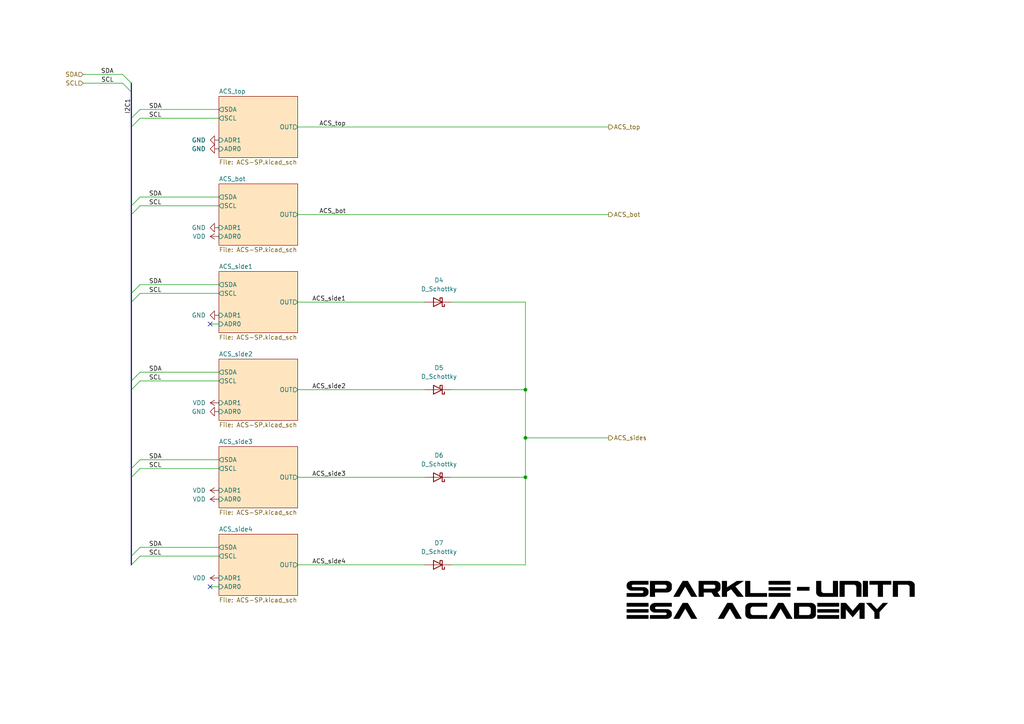
<source format=kicad_sch>
(kicad_sch (version 20231120) (generator "eeschema") (generator_version "8.0")
  (paper "A4")
  (title_block (title "AntiCoincidence Shield signals") (date "2024-10-17") (rev "1.0"))
  (lib_symbols
    (symbol "Device:D_Schottky" (pin_numbers hide) (pin_names (offset 1.016) hide)
      (property "Reference" "D" (at 0 2.54 0))
      (property "Value" "D_Schottky" (at 0 -2.54 0))
      (symbol "D_Schottky_0_1"
        (polyline (pts (xy 1.27 0) (xy -1.27 0)))
        (polyline (pts (xy 1.27 1.27) (xy 1.27 -1.27) (xy -1.27 0) (xy 1.27 1.27)) (stroke (width 0.254)))
        (polyline (pts (xy -1.905 0.635) (xy -1.905 1.27) (xy -1.27 1.27) (xy -1.27 -1.27) (xy -0.635 -1.27) (xy -0.635 -0.635)) (stroke (width 0.254)))
      )
      (symbol "D_Schottky_1_1"
        (pin passive line (at -3.81 0 0) (length 2.54) (name "K") (number "1"))
        (pin passive line (at 3.81 0 180) (length 2.54) (name "A") (number "2"))
      )
    )
    (symbol "power:GND" (power) (pin_numbers hide) (pin_names (offset 0) hide)
      (property "Value" "GND" (at 0 -3.81 0))
      (symbol "GND_0_1"
        (polyline (pts (xy 0 0) (xy 0 -1.27) (xy 1.27 -1.27) (xy 0 -2.54) (xy -1.27 -1.27) (xy 0 -1.27)))
      )
      (symbol "GND_1_1"
        (pin power_in line (at 0 0 270) (length 0) (name "~") (number "1"))
      )
    )
    (symbol "power:VDD" (power) (pin_numbers hide) (pin_names (offset 0) hide)
      (property "Value" "VDD" (at 0 3.556 0))
      (symbol "VDD_0_1"
        (polyline (pts (xy -0.762 1.27) (xy 0 2.54)))
        (polyline (pts (xy 0 0) (xy 0 2.54)))
        (polyline (pts (xy 0 2.54) (xy 0.762 1.27)))
      )
      (symbol "VDD_1_1"
        (pin power_in line (at 0 0 90) (length 0) (name "~") (number "1"))
      )
    )
  )
  (junction (at 152.4 113.03))
  (junction (at 152.4 138.43))
  (junction (at 152.4 127))
  (no_connect (at 60.96 93.98))
  (no_connect (at 60.96 170.18))
  (bus_entry (at 38.1 62.23) (size 2.54 -2.54))
  (bus_entry (at 38.1 113.03) (size 2.54 -2.54))
  (bus_entry (at 38.1 163.83) (size 2.54 -2.54))
  (bus_entry (at 38.1 135.89) (size 2.54 -2.54))
  (bus_entry (at 38.1 138.43) (size 2.54 -2.54))
  (bus_entry (at 38.1 34.29) (size 2.54 -2.54))
  (bus_entry (at 38.1 59.69) (size 2.54 -2.54))
  (bus_entry (at 38.1 24.13) (size -2.54 -2.54))
  (bus_entry (at 38.1 85.09) (size 2.54 -2.54))
  (bus_entry (at 38.1 36.83) (size 2.54 -2.54))
  (bus_entry (at 38.1 161.29) (size 2.54 -2.54))
  (bus_entry (at 38.1 110.49) (size 2.54 -2.54))
  (bus_entry (at 38.1 26.67) (size -2.54 -2.54))
  (bus_entry (at 38.1 87.63) (size 2.54 -2.54))
  (wire (pts (xy 40.64 57.15) (xy 63.5 57.15)))
  (wire (pts (xy 40.64 85.09) (xy 63.5 85.09)))
  (wire (pts (xy 40.64 161.29) (xy 63.5 161.29)))
  (wire (pts (xy 86.36 36.83) (xy 176.53 36.83)))
  (bus (pts (xy 38.1 138.43) (xy 38.1 161.29)))
  (wire (pts (xy 40.64 107.95) (xy 63.5 107.95)))
  (wire (pts (xy 152.4 127) (xy 176.53 127)))
  (wire (pts (xy 60.96 93.98) (xy 63.5 93.98)))
  (wire (pts (xy 86.36 163.83) (xy 123.19 163.83)))
  (wire (pts (xy 152.4 113.03) (xy 152.4 127)))
  (wire (pts (xy 86.36 62.23) (xy 176.53 62.23)))
  (wire (pts (xy 86.36 87.63) (xy 123.19 87.63)))
  (bus (pts (xy 38.1 24.13) (xy 38.1 26.67)))
  (wire (pts (xy 130.81 138.43) (xy 152.4 138.43)))
  (wire (pts (xy 40.64 158.75) (xy 63.5 158.75)))
  (wire (pts (xy 60.96 170.18) (xy 63.5 170.18)))
  (wire (pts (xy 152.4 87.63) (xy 130.81 87.63)))
  (bus (pts (xy 38.1 34.29) (xy 38.1 36.83)))
  (wire (pts (xy 152.4 138.43) (xy 152.4 163.83)))
  (wire (pts (xy 40.64 34.29) (xy 63.5 34.29)))
  (wire (pts (xy 40.64 31.75) (xy 63.5 31.75)))
  (bus (pts (xy 38.1 135.89) (xy 38.1 138.43)))
  (wire (pts (xy 40.64 82.55) (xy 63.5 82.55)))
  (wire (pts (xy 40.64 135.89) (xy 63.5 135.89)))
  (bus (pts (xy 38.1 36.83) (xy 38.1 59.69)))
  (wire (pts (xy 152.4 87.63) (xy 152.4 113.03)))
  (bus (pts (xy 38.1 113.03) (xy 38.1 135.89)))
  (bus (pts (xy 38.1 110.49) (xy 38.1 113.03)))
  (wire (pts (xy 152.4 163.83) (xy 130.81 163.83)))
  (wire (pts (xy 24.13 21.59) (xy 35.56 21.59)))
  (wire (pts (xy 40.64 59.69) (xy 63.5 59.69)))
  (bus (pts (xy 38.1 62.23) (xy 38.1 85.09)))
  (wire (pts (xy 152.4 127) (xy 152.4 138.43)))
  (wire (pts (xy 40.64 133.35) (xy 63.5 133.35)))
  (bus (pts (xy 38.1 59.69) (xy 38.1 62.23)))
  (bus (pts (xy 38.1 26.67) (xy 38.1 34.29)))
  (bus (pts (xy 38.1 85.09) (xy 38.1 87.63)))
  (wire (pts (xy 40.64 110.49) (xy 63.5 110.49)))
  (bus (pts (xy 38.1 87.63) (xy 38.1 110.49)))
  (wire (pts (xy 86.36 113.03) (xy 123.19 113.03)))
  (wire (pts (xy 24.13 24.13) (xy 35.56 24.13)))
  (bus (pts (xy 38.1 161.29) (xy 38.1 163.83)))
  (wire (pts (xy 130.81 113.03) (xy 152.4 113.03)))
  (wire (pts (xy 86.36 138.43) (xy 123.19 138.43)))
  (image (at 223.52 173.99) (scale 0.489235))
  (label "SCL" (at 43.18 85.09 0))
  (label "SCL" (at 33.02 24.13 180))
  (label "ACS_side2" (at 100.33 113.03 180))
  (label "SCL" (at 43.18 34.29 0))
  (label "ACS_top" (at 100.33 36.83 180))
  (label "SCL" (at 43.18 161.29 0))
  (label "SCL" (at 43.18 135.89 0))
  (label "SDA" (at 43.18 133.35 0))
  (label "SDA" (at 43.18 57.15 0))
  (label "SDA" (at 43.18 82.55 0))
  (label "ACS_side4" (at 100.33 163.83 180))
  (label "ACS_side3" (at 100.33 138.43 180))
  (label "SCL" (at 43.18 110.49 0))
  (label "SDA" (at 43.18 158.75 0))
  (label "ACS_side1" (at 100.33 87.63 180))
  (label "SDA" (at 33.02 21.59 180))
  (label "I2C1" (at 38.1 33.02 90))
  (label "SCL" (at 43.18 59.69 0))
  (label "ACS_bot" (at 100.33 62.23 180))
  (label "SDA" (at 43.18 31.75 0))
  (label "SDA" (at 43.18 107.95 0))
  (hierarchical_label "ACS_bot" (shape output) (at 176.53 62.23 0))
  (hierarchical_label "SCL" (shape input) (at 24.13 24.13 180))
  (hierarchical_label "ACS_top" (shape output) (at 176.53 36.83 0))
  (hierarchical_label "ACS_sides" (shape output) (at 176.53 127 0))
  (hierarchical_label "SDA" (shape input) (at 24.13 21.59 180))
  (symbol (lib_id "power:GND") (at 63.5 40.64 270) (unit 1)
    (property "Reference" "#PWR0257" (effects (hide yes)))
    (property "Value" "GND" (at 59.69 40.6401 90) (effects (justify right)))
    (property "Description" "Power symbol creates a global label with name \"GND\" , ground" (effects (hide yes)))
  )
  (symbol (lib_id "power:GND") (at 63.5 119.38 270) (unit 1)
    (property "Reference" "#PWR0263" (effects (hide yes)))
    (property "Value" "GND" (at 59.69 119.3801 90) (effects (justify right)))
    (property "Description" "Power symbol creates a global label with name \"GND\" , ground" (effects (hide yes)))
  )
  (symbol (lib_id "Device:D_Schottky") (at 127 113.03 180) (unit 1)
    (property "Reference" "D5" (at 127.3175 106.68 0))
    (property "Value" "D_Schottky" (at 127.3175 109.22 0))
    (property "Description" "Schottky diode" (effects (hide yes)))
  )
  (symbol (lib_id "power:VDD") (at 63.5 167.64 90) (unit 1)
    (property "Reference" "#PWR0266" (effects (hide yes)))
    (property "Value" "VDD" (at 59.69 167.6401 90) (effects (justify left)))
    (property "Description" "Power symbol creates a global label with name \"VDD\"" (effects (hide yes)))
  )
  (symbol (lib_id "Device:D_Schottky") (at 127 138.43 180) (unit 1)
    (property "Reference" "D6" (at 127.3175 132.08 0))
    (property "Value" "D_Schottky" (at 127.3175 134.62 0))
    (property "Description" "Schottky diode" (effects (hide yes)))
  )
  (symbol (lib_id "Device:D_Schottky") (at 127 163.83 180) (unit 1)
    (property "Reference" "D7" (at 127.3175 157.48 0))
    (property "Value" "D_Schottky" (at 127.3175 160.02 0))
    (property "Description" "Schottky diode" (effects (hide yes)))
  )
  (symbol (lib_id "power:GND") (at 63.5 91.44 270) (unit 1)
    (property "Reference" "#PWR0261" (effects (hide yes)))
    (property "Value" "GND" (at 59.69 91.4401 90) (effects (justify right)))
    (property "Description" "Power symbol creates a global label with name \"GND\" , ground" (effects (hide yes)))
  )
  (symbol (lib_id "power:VDD") (at 63.5 68.58 90) (unit 1)
    (property "Reference" "#PWR0260" (effects (hide yes)))
    (property "Value" "VDD" (at 59.69 68.5801 90) (effects (justify left)))
    (property "Description" "Power symbol creates a global label with name \"VDD\"" (effects (hide yes)))
  )
  (symbol (lib_id "power:VDD") (at 63.5 142.24 90) (unit 1)
    (property "Reference" "#PWR0264" (effects (hide yes)))
    (property "Value" "VDD" (at 59.69 142.2401 90) (effects (justify left)))
    (property "Description" "Power symbol creates a global label with name \"VDD\"" (effects (hide yes)))
  )
  (symbol (lib_id "power:VDD") (at 63.5 116.84 90) (unit 1)
    (property "Reference" "#PWR0262" (effects (hide yes)))
    (property "Value" "VDD" (at 59.69 116.8401 90) (effects (justify left)))
    (property "Description" "Power symbol creates a global label with name \"VDD\"" (effects (hide yes)))
  )
  (symbol (lib_id "power:VDD") (at 63.5 144.78 90) (unit 1)
    (property "Reference" "#PWR0265" (effects (hide yes)))
    (property "Value" "VDD" (at 59.69 144.7801 90) (effects (justify left)))
    (property "Description" "Power symbol creates a global label with name \"VDD\"" (effects (hide yes)))
  )
  (symbol (lib_id "power:GND") (at 63.5 66.04 270) (unit 1)
    (property "Reference" "#PWR0259" (effects (hide yes)))
    (property "Value" "GND" (at 59.69 66.0401 90) (effects (justify right)))
    (property "Description" "Power symbol creates a global label with name \"GND\" , ground" (effects (hide yes)))
  )
  (symbol (lib_id "Device:D_Schottky") (at 127 87.63 180) (unit 1)
    (property "Reference" "D4" (at 127.3175 81.28 0))
    (property "Value" "D_Schottky" (at 127.3175 83.82 0))
    (property "Description" "Schottky diode" (effects (hide yes)))
  )
  (symbol (lib_id "power:GND") (at 63.5 43.18 270) (unit 1)
    (property "Reference" "#PWR0258" (effects (hide yes)))
    (property "Value" "GND" (at 59.69 43.1801 90) (effects (justify right)))
    (property "Description" "Power symbol creates a global label with name \"GND\" , ground" (effects (hide yes)))
  )
  (sheet (at 63.5 104.14) (size 22.86 17.78) (stroke (width 0.1524)) (fill (color 255 229 191 1.0000))
    (property "Sheetname" "ACS_side2" (at 63.5 103.4284 0) (effects (justify left bottom)))
    (property "Sheetfile" "ACS-SP.kicad_sch" (at 63.5 122.5046 0) (effects (justify left top)))
    (pin "OUT" output (at 86.36 113.03 0))
    (pin "SCL" output (at 63.5 110.49 180))
    (pin "SDA" output (at 63.5 107.95 180))
    (pin "ADR0" input (at 63.5 119.38 180))
    (pin "ADR1" input (at 63.5 116.84 180))
  )
  (sheet (at 63.5 78.74) (size 22.86 17.78) (stroke (width 0.1524)) (fill (color 255 229 191 1.0000))
    (property "Sheetname" "ACS_side1" (at 63.5 78.0284 0) (effects (justify left bottom)))
    (property "Sheetfile" "ACS-SP.kicad_sch" (at 63.5 97.1046 0) (effects (justify left top)))
    (pin "OUT" output (at 86.36 87.63 0))
    (pin "SCL" output (at 63.5 85.09 180))
    (pin "SDA" output (at 63.5 82.55 180))
    (pin "ADR0" input (at 63.5 93.98 180))
    (pin "ADR1" input (at 63.5 91.44 180))
  )
  (sheet (at 63.5 53.34) (size 22.86 17.78) (stroke (width 0.1524)) (fill (color 255 229 191 1.0000))
    (property "Sheetname" "ACS_bot" (at 63.5 52.6284 0) (effects (justify left bottom)))
    (property "Sheetfile" "ACS-SP.kicad_sch" (at 63.5 71.7046 0) (effects (justify left top)))
    (pin "OUT" output (at 86.36 62.23 0))
    (pin "SCL" output (at 63.5 59.69 180))
    (pin "SDA" output (at 63.5 57.15 180))
    (pin "ADR0" input (at 63.5 68.58 180))
    (pin "ADR1" input (at 63.5 66.04 180))
  )
  (sheet (at 63.5 129.54) (size 22.86 17.78) (stroke (width 0.1524)) (fill (color 255 229 191 1.0000))
    (property "Sheetname" "ACS_side3" (at 63.5 128.8284 0) (effects (justify left bottom)))
    (property "Sheetfile" "ACS-SP.kicad_sch" (at 63.5 147.9046 0) (effects (justify left top)))
    (pin "OUT" output (at 86.36 138.43 0))
    (pin "SCL" output (at 63.5 135.89 180))
    (pin "SDA" output (at 63.5 133.35 180))
    (pin "ADR0" input (at 63.5 144.78 180))
    (pin "ADR1" input (at 63.5 142.24 180))
  )
  (sheet (at 63.5 154.94) (size 22.86 17.78) (stroke (width 0.1524)) (fill (color 255 229 191 1.0000))
    (property "Sheetname" "ACS_side4" (at 63.5 154.2284 0) (effects (justify left bottom)))
    (property "Sheetfile" "ACS-SP.kicad_sch" (at 63.5 173.3046 0) (effects (justify left top)))
    (pin "OUT" output (at 86.36 163.83 0))
    (pin "SCL" output (at 63.5 161.29 180))
    (pin "SDA" output (at 63.5 158.75 180))
    (pin "ADR0" input (at 63.5 170.18 180))
    (pin "ADR1" input (at 63.5 167.64 180))
  )
  (sheet (at 63.5 27.94) (size 22.86 17.78) (stroke (width 0.1524)) (fill (color 255 229 191 1.0000))
    (property "Sheetname" "ACS_top" (at 63.5 27.2284 0) (effects (justify left bottom)))
    (property "Sheetfile" "ACS-SP.kicad_sch" (at 63.5 46.3046 0) (effects (justify left top)))
    (pin "OUT" output (at 86.36 36.83 0))
    (pin "SCL" output (at 63.5 34.29 180))
    (pin "SDA" output (at 63.5 31.75 180))
    (pin "ADR0" input (at 63.5 43.18 180))
    (pin "ADR1" input (at 63.5 40.64 180))
  )
)
</source>
